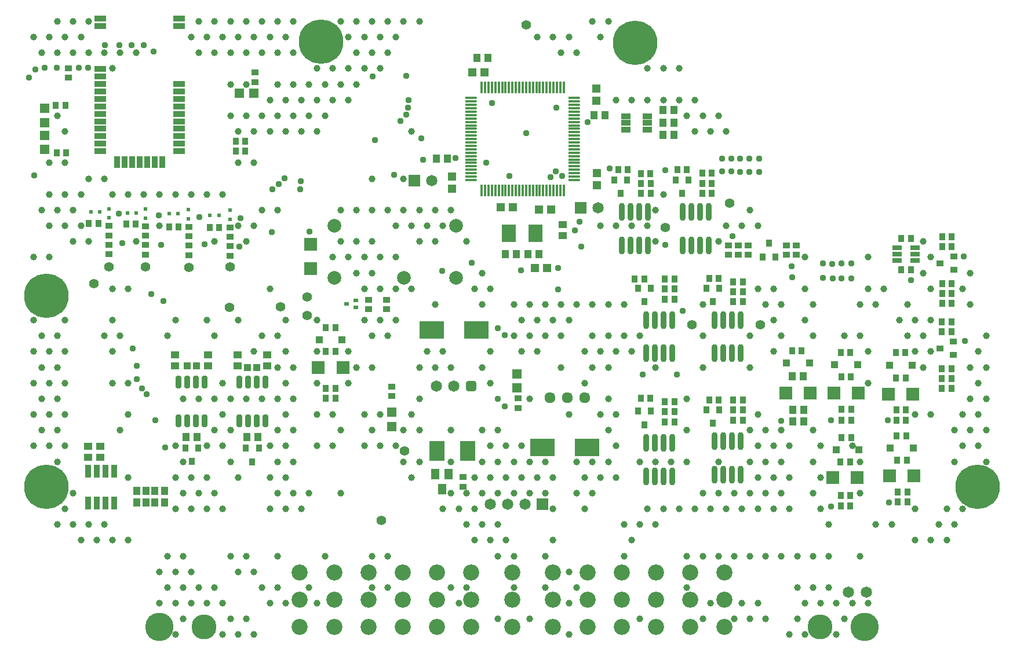
<source format=gbr>
G04*
G04 #@! TF.GenerationSoftware,Altium Limited,Altium Designer,22.4.2 (48)*
G04*
G04 Layer_Color=8388736*
%FSLAX25Y25*%
%MOIN*%
G70*
G04*
G04 #@! TF.SameCoordinates,EB04A3AC-252A-4695-9AB0-F794D25C9F92*
G04*
G04*
G04 #@! TF.FilePolarity,Negative*
G04*
G01*
G75*
%ADD52R,0.05324X0.05324*%
%ADD53R,0.04143X0.03750*%
%ADD54R,0.14379X0.10443*%
%ADD55R,0.02490X0.02175*%
%ADD56R,0.04931X0.04931*%
%ADD57R,0.02175X0.02490*%
%ADD58R,0.03750X0.04143*%
%ADD59O,0.01584X0.06702*%
%ADD60R,0.05324X0.05324*%
%ADD61R,0.06500X0.03400*%
%ADD62R,0.03400X0.06500*%
%ADD63R,0.09104X0.11624*%
%ADD64R,0.04537X0.06112*%
%ADD65R,0.03750X0.04143*%
%ADD66O,0.03356X0.10443*%
%ADD67R,0.02600X0.02002*%
%ADD68O,0.06702X0.01584*%
%ADD69R,0.04143X0.04537*%
%ADD70R,0.07293X0.07214*%
%ADD71R,0.03947X0.03947*%
%ADD72R,0.07214X0.07293*%
%ADD73R,0.03947X0.04340*%
%ADD74R,0.04931X0.04931*%
%ADD75R,0.04537X0.04143*%
%ADD76R,0.03435X0.07608*%
%ADD77R,0.05324X0.03356*%
%ADD78R,0.08474X0.10049*%
G04:AMPARAMS|DCode=79|XSize=31.59mil|YSize=70.96mil|CornerRadius=4.92mil|HoleSize=0mil|Usage=FLASHONLY|Rotation=0.000|XOffset=0mil|YOffset=0mil|HoleType=Round|Shape=RoundedRectangle|*
%AMROUNDEDRECTD79*
21,1,0.03159,0.06112,0,0,0.0*
21,1,0.02175,0.07096,0,0,0.0*
1,1,0.00984,0.01088,-0.03056*
1,1,0.00984,-0.01088,-0.03056*
1,1,0.00984,-0.01088,0.03056*
1,1,0.00984,0.01088,0.03056*
%
%ADD79ROUNDEDRECTD79*%
%ADD80R,0.05403X0.03041*%
%ADD81R,0.04143X0.03750*%
%ADD82R,0.06506X0.06506*%
%ADD83C,0.06506*%
G04:AMPARAMS|DCode=84|XSize=61.12mil|YSize=61.12mil|CornerRadius=16.78mil|HoleSize=0mil|Usage=FLASHONLY|Rotation=180.000|XOffset=0mil|YOffset=0mil|HoleType=Round|Shape=RoundedRectangle|*
%AMROUNDEDRECTD84*
21,1,0.06112,0.02756,0,0,180.0*
21,1,0.02756,0.06112,0,0,180.0*
1,1,0.03356,-0.01378,0.01378*
1,1,0.03356,0.01378,0.01378*
1,1,0.03356,0.01378,-0.01378*
1,1,0.03356,-0.01378,-0.01378*
%
%ADD84ROUNDEDRECTD84*%
%ADD85C,0.07900*%
%ADD86C,0.09261*%
%ADD87C,0.03700*%
%ADD88C,0.03900*%
%ADD89C,0.05600*%
%ADD90C,0.25600*%
%ADD91C,0.16348*%
%ADD92C,0.14379*%
G36*
X632000Y386873D02*
X632809Y386980D01*
X633563Y387292D01*
X634211Y387789D01*
X634708Y388437D01*
X635020Y389191D01*
X635127Y390000D01*
X635020Y390809D01*
X634708Y391563D01*
X634211Y392211D01*
X633563Y392708D01*
X632809Y393020D01*
X632000Y393127D01*
D01*
X631191Y393020D01*
X630437Y392708D01*
X629789Y392211D01*
X629292Y391563D01*
X628980Y390809D01*
X628873Y390000D01*
X628980Y389191D01*
X629292Y388437D01*
X629789Y387789D01*
X630437Y387292D01*
X631191Y386980D01*
X632000Y386873D01*
D01*
D02*
G37*
G36*
X642000D02*
X642809Y386980D01*
X643563Y387292D01*
X644211Y387789D01*
X644708Y388437D01*
X645020Y389191D01*
X645127Y390000D01*
X645020Y390809D01*
X644708Y391563D01*
X644211Y392211D01*
X643563Y392708D01*
X642809Y393020D01*
X642000Y393127D01*
D01*
X641191Y393020D01*
X640437Y392708D01*
X639789Y392211D01*
X639292Y391563D01*
X638980Y390809D01*
X638873Y390000D01*
X638980Y389191D01*
X639292Y388437D01*
X639789Y387789D01*
X640437Y387292D01*
X641191Y386980D01*
X642000Y386873D01*
D01*
D02*
G37*
G36*
X652000D02*
X652809Y386980D01*
X653563Y387292D01*
X654211Y387789D01*
X654708Y388437D01*
X655020Y389191D01*
X655127Y390000D01*
X655020Y390809D01*
X654708Y391563D01*
X654211Y392211D01*
X653563Y392708D01*
X652809Y393020D01*
X652000Y393127D01*
D01*
X651191Y393020D01*
X650437Y392708D01*
X649789Y392211D01*
X649292Y391563D01*
X648980Y390809D01*
X648873Y390000D01*
X648980Y389191D01*
X649292Y388437D01*
X649789Y387789D01*
X650437Y387292D01*
X651191Y386980D01*
X652000Y386873D01*
D01*
D02*
G37*
D52*
X612992Y403855D02*
D03*
Y395588D02*
D03*
X341500Y541134D02*
D03*
Y532866D02*
D03*
Y548366D02*
D03*
Y556634D02*
D03*
X541142Y381755D02*
D03*
Y373487D02*
D03*
D53*
X613796Y389567D02*
D03*
Y384055D02*
D03*
X399500Y478000D02*
D03*
Y472488D02*
D03*
Y483332D02*
D03*
Y488843D02*
D03*
X378500Y478157D02*
D03*
Y472645D02*
D03*
X378500Y483488D02*
D03*
Y489000D02*
D03*
X424500Y477553D02*
D03*
Y472041D02*
D03*
X424500Y482885D02*
D03*
Y488397D02*
D03*
X448000Y482588D02*
D03*
Y488099D02*
D03*
X448000Y477256D02*
D03*
Y471744D02*
D03*
X355000Y579756D02*
D03*
Y574244D02*
D03*
X462500Y577256D02*
D03*
Y571744D02*
D03*
X582103Y338779D02*
D03*
Y344291D02*
D03*
X734721Y472244D02*
D03*
Y477756D02*
D03*
X768006Y472244D02*
D03*
Y477756D02*
D03*
X746172Y472244D02*
D03*
Y477756D02*
D03*
X740447Y477756D02*
D03*
Y472244D02*
D03*
X773731Y472244D02*
D03*
Y477756D02*
D03*
X541142Y396457D02*
D03*
Y390945D02*
D03*
X538189Y446457D02*
D03*
Y440945D02*
D03*
X527559Y446457D02*
D03*
Y440945D02*
D03*
D54*
X653346Y361221D02*
D03*
X627756D02*
D03*
X589567Y429134D02*
D03*
X563976D02*
D03*
D55*
X418098Y496000D02*
D03*
X412902D02*
D03*
X388902Y496500D02*
D03*
X394098D02*
D03*
X367902Y497000D02*
D03*
X373098D02*
D03*
X436402Y495000D02*
D03*
X441598D02*
D03*
D56*
X659055Y519291D02*
D03*
Y512205D02*
D03*
X575787Y517520D02*
D03*
Y510433D02*
D03*
X658661Y561040D02*
D03*
Y568127D02*
D03*
D57*
X399500Y493447D02*
D03*
Y498644D02*
D03*
X378500Y493646D02*
D03*
Y498842D02*
D03*
X424000Y493000D02*
D03*
Y498197D02*
D03*
X448000Y492703D02*
D03*
Y497900D02*
D03*
D58*
X388244Y490000D02*
D03*
X393756D02*
D03*
X366744Y490500D02*
D03*
X372256D02*
D03*
X412988Y488500D02*
D03*
X418500D02*
D03*
X436244Y488000D02*
D03*
X441756D02*
D03*
X456756Y537725D02*
D03*
X451244D02*
D03*
X353756Y531000D02*
D03*
X348244D02*
D03*
X353256Y558500D02*
D03*
X347744D02*
D03*
X684244Y519000D02*
D03*
X689756D02*
D03*
X689883Y513275D02*
D03*
X684371D02*
D03*
X689883Y507549D02*
D03*
X684371D02*
D03*
X710756Y521500D02*
D03*
X705244D02*
D03*
X719631Y519500D02*
D03*
X725143D02*
D03*
Y513500D02*
D03*
X719631D02*
D03*
X725143Y507595D02*
D03*
X719631D02*
D03*
X676756Y521500D02*
D03*
X671244D02*
D03*
X680709Y458268D02*
D03*
X686221D02*
D03*
X503150Y389617D02*
D03*
X508661D02*
D03*
Y416584D02*
D03*
X503150D02*
D03*
X508661Y395523D02*
D03*
X503150D02*
D03*
X508661Y430397D02*
D03*
X503150D02*
D03*
X836417Y415945D02*
D03*
X830906D02*
D03*
X836614Y401378D02*
D03*
X831102D02*
D03*
X836811Y382874D02*
D03*
X831299D02*
D03*
X836811Y376969D02*
D03*
X831299D02*
D03*
X837008Y368110D02*
D03*
X831496D02*
D03*
X831693Y354134D02*
D03*
X837205D02*
D03*
X804724Y416142D02*
D03*
X799213D02*
D03*
X805118Y401968D02*
D03*
X799606D02*
D03*
X805315Y383268D02*
D03*
X799803D02*
D03*
X805315Y376969D02*
D03*
X799803D02*
D03*
X805315Y367126D02*
D03*
X799803D02*
D03*
X804527Y353150D02*
D03*
X799016D02*
D03*
X776772Y417011D02*
D03*
X771260D02*
D03*
X837598Y335827D02*
D03*
X832087D02*
D03*
X837598Y329921D02*
D03*
X832087D02*
D03*
X804724Y333661D02*
D03*
X799213D02*
D03*
X804724Y327559D02*
D03*
X799213D02*
D03*
X703543Y458481D02*
D03*
X698032D02*
D03*
X698032Y452756D02*
D03*
X703543D02*
D03*
X698032Y446850D02*
D03*
X703543D02*
D03*
Y387615D02*
D03*
X698032D02*
D03*
X698032Y381890D02*
D03*
X703543D02*
D03*
X698032Y375984D02*
D03*
X703543D02*
D03*
X742913Y388599D02*
D03*
X737402D02*
D03*
X737402Y382874D02*
D03*
X742913D02*
D03*
X737402Y376969D02*
D03*
X742913D02*
D03*
Y456743D02*
D03*
X737402D02*
D03*
X737402Y451018D02*
D03*
X742913D02*
D03*
X737402Y445292D02*
D03*
X742913D02*
D03*
X839567Y481710D02*
D03*
X834055D02*
D03*
X839567Y463566D02*
D03*
X834055D02*
D03*
X857480Y395225D02*
D03*
X862992D02*
D03*
X862992Y400951D02*
D03*
X857480D02*
D03*
X857480Y406676D02*
D03*
X862992D02*
D03*
X857480Y428107D02*
D03*
X862992D02*
D03*
X857480Y433833D02*
D03*
X862992D02*
D03*
X857677Y444241D02*
D03*
X863189D02*
D03*
X863189Y449966D02*
D03*
X857677D02*
D03*
X857677Y455692D02*
D03*
X863189D02*
D03*
X857677Y477123D02*
D03*
X863189D02*
D03*
X857677Y482848D02*
D03*
X863189D02*
D03*
X456756Y532000D02*
D03*
X451244D02*
D03*
X729134Y458695D02*
D03*
X723622D02*
D03*
X729134Y388813D02*
D03*
X723622D02*
D03*
X689764Y389764D02*
D03*
X684252D02*
D03*
D59*
X626181Y568602D02*
D03*
X624213D02*
D03*
X620276D02*
D03*
X618307D02*
D03*
X592717Y509350D02*
D03*
X594685D02*
D03*
X596654D02*
D03*
X598622D02*
D03*
X600591D02*
D03*
X602559D02*
D03*
X604528D02*
D03*
X606496D02*
D03*
X608465D02*
D03*
X610433D02*
D03*
X612402D02*
D03*
X614370D02*
D03*
X616339D02*
D03*
X618307D02*
D03*
X620276D02*
D03*
X622244D02*
D03*
X624213D02*
D03*
X626181D02*
D03*
X628150D02*
D03*
X630118D02*
D03*
X632087D02*
D03*
X634055D02*
D03*
X636024D02*
D03*
X637992D02*
D03*
X639961D02*
D03*
Y568602D02*
D03*
X637992D02*
D03*
X636024D02*
D03*
X634055D02*
D03*
X632087D02*
D03*
X630118D02*
D03*
X628150D02*
D03*
X622244D02*
D03*
X616339D02*
D03*
X614370D02*
D03*
X612402D02*
D03*
X610433D02*
D03*
X608465D02*
D03*
X606496D02*
D03*
X604528D02*
D03*
X602559D02*
D03*
X600591D02*
D03*
X598622D02*
D03*
X596654D02*
D03*
X594685D02*
D03*
X592717D02*
D03*
D60*
X453366Y565500D02*
D03*
X461634D02*
D03*
D61*
X418780Y531870D02*
D03*
Y536200D02*
D03*
X373500D02*
D03*
Y531870D02*
D03*
X418780Y544860D02*
D03*
Y540530D02*
D03*
X373500D02*
D03*
Y544860D02*
D03*
X418780Y553520D02*
D03*
Y549190D02*
D03*
X373500D02*
D03*
Y553520D02*
D03*
X418780Y562180D02*
D03*
Y557850D02*
D03*
X373500D02*
D03*
Y562180D02*
D03*
Y566510D02*
D03*
X418780D02*
D03*
X373500Y570840D02*
D03*
X418780D02*
D03*
X373500Y579500D02*
D03*
Y575170D02*
D03*
X418780Y608240D02*
D03*
Y603910D02*
D03*
X373500D02*
D03*
Y608240D02*
D03*
D62*
X409130Y525755D02*
D03*
X404800D02*
D03*
X400470D02*
D03*
X396140D02*
D03*
X391810D02*
D03*
X387480D02*
D03*
X383150D02*
D03*
D63*
X584547Y359252D02*
D03*
X567028D02*
D03*
D64*
X573622Y345866D02*
D03*
X569882Y337205D02*
D03*
X566142Y345866D02*
D03*
D65*
X754260Y471063D02*
D03*
X761740D02*
D03*
X758000Y478937D02*
D03*
X676353Y515500D02*
D03*
X668873D02*
D03*
X672613Y507626D02*
D03*
X711740Y515437D02*
D03*
X704260D02*
D03*
X708000Y507563D02*
D03*
X422227Y361170D02*
D03*
X429708D02*
D03*
X457103Y361007D02*
D03*
X464584D02*
D03*
X425968Y353296D02*
D03*
X460844Y353133D02*
D03*
X686401Y445194D02*
D03*
X682660Y453068D02*
D03*
X690141D02*
D03*
X686401Y374328D02*
D03*
X682660Y382202D02*
D03*
X690141D02*
D03*
X725771Y375312D02*
D03*
X722030Y383186D02*
D03*
X729511D02*
D03*
X725771Y445194D02*
D03*
X722030Y453068D02*
D03*
X729511D02*
D03*
D66*
X673500Y477808D02*
D03*
X678500D02*
D03*
X683500D02*
D03*
X688500D02*
D03*
X673500Y497099D02*
D03*
X678500D02*
D03*
X683500D02*
D03*
X688500D02*
D03*
X708500Y477854D02*
D03*
X713500D02*
D03*
X718500D02*
D03*
X723500D02*
D03*
X708500Y497146D02*
D03*
X713500D02*
D03*
X718500D02*
D03*
X723500D02*
D03*
X702382Y434842D02*
D03*
X697382D02*
D03*
X692382D02*
D03*
X687382D02*
D03*
X702382Y415551D02*
D03*
X697382D02*
D03*
X692382D02*
D03*
X687382D02*
D03*
X702382Y363976D02*
D03*
X697382D02*
D03*
X692382D02*
D03*
X687382D02*
D03*
X702382Y344685D02*
D03*
X697382D02*
D03*
X692382D02*
D03*
X687382D02*
D03*
X741752Y364961D02*
D03*
X736752D02*
D03*
X731752D02*
D03*
X726752D02*
D03*
X741752Y345669D02*
D03*
X736752D02*
D03*
X731752D02*
D03*
X726752D02*
D03*
X741752Y434842D02*
D03*
X736752D02*
D03*
X731752D02*
D03*
X726752D02*
D03*
X741752Y415551D02*
D03*
X736752D02*
D03*
X731752D02*
D03*
X726752D02*
D03*
D67*
X520266Y442126D02*
D03*
Y446063D02*
D03*
X515167Y444095D02*
D03*
D68*
X645965Y515354D02*
D03*
Y517323D02*
D03*
Y519291D02*
D03*
Y521260D02*
D03*
Y523228D02*
D03*
Y525197D02*
D03*
Y527165D02*
D03*
Y529134D02*
D03*
Y531102D02*
D03*
Y533071D02*
D03*
Y535039D02*
D03*
Y537008D02*
D03*
Y538976D02*
D03*
Y540945D02*
D03*
Y542913D02*
D03*
Y544882D02*
D03*
Y546850D02*
D03*
Y548819D02*
D03*
Y550787D02*
D03*
Y552756D02*
D03*
Y554724D02*
D03*
Y556693D02*
D03*
Y558661D02*
D03*
Y560630D02*
D03*
Y562598D02*
D03*
X586713D02*
D03*
Y560630D02*
D03*
Y558661D02*
D03*
Y556693D02*
D03*
Y554724D02*
D03*
Y552756D02*
D03*
Y550787D02*
D03*
Y548819D02*
D03*
Y546850D02*
D03*
Y544882D02*
D03*
Y542913D02*
D03*
Y540945D02*
D03*
Y538976D02*
D03*
Y537008D02*
D03*
Y535039D02*
D03*
Y533071D02*
D03*
Y531102D02*
D03*
Y529134D02*
D03*
Y527165D02*
D03*
Y525197D02*
D03*
Y523228D02*
D03*
Y521260D02*
D03*
Y519291D02*
D03*
Y517323D02*
D03*
Y515354D02*
D03*
D69*
X566732Y527559D02*
D03*
X573032D02*
D03*
X410236Y336417D02*
D03*
Y329724D02*
D03*
X590158Y585663D02*
D03*
X596457D02*
D03*
X663583Y552756D02*
D03*
X657283D02*
D03*
X777756Y402509D02*
D03*
X771457D02*
D03*
X771654Y382874D02*
D03*
X777953D02*
D03*
X771654Y376378D02*
D03*
X777953D02*
D03*
X625591Y472835D02*
D03*
X619291D02*
D03*
X606283D02*
D03*
X612582D02*
D03*
X429117Y367486D02*
D03*
X422818D02*
D03*
X703346Y555545D02*
D03*
X697047D02*
D03*
Y548442D02*
D03*
X703346D02*
D03*
Y541339D02*
D03*
X697047D02*
D03*
X457694Y367323D02*
D03*
X463993D02*
D03*
X399606Y329724D02*
D03*
Y336417D02*
D03*
X404751Y329724D02*
D03*
Y336417D02*
D03*
X394462Y329724D02*
D03*
Y336417D02*
D03*
D70*
X512953Y407480D02*
D03*
X498858D02*
D03*
X840709Y392126D02*
D03*
X826614D02*
D03*
X841496Y344882D02*
D03*
X827402D02*
D03*
X809409Y392717D02*
D03*
X795315D02*
D03*
X808819Y343898D02*
D03*
X794724D02*
D03*
X781653Y392717D02*
D03*
X767559D02*
D03*
D71*
X499311Y423490D02*
D03*
X512500D02*
D03*
X827264Y408661D02*
D03*
X840453D02*
D03*
X827854Y361040D02*
D03*
X841043D02*
D03*
X795768Y408875D02*
D03*
X808957D02*
D03*
X796555Y360056D02*
D03*
X809744D02*
D03*
X768012Y410104D02*
D03*
X781201D02*
D03*
D72*
X494488Y464213D02*
D03*
Y478307D02*
D03*
D73*
X463501Y407514D02*
D03*
X458186D02*
D03*
X423310Y408465D02*
D03*
X428625D02*
D03*
D74*
X594291Y577379D02*
D03*
X587205D02*
D03*
X625591Y498228D02*
D03*
X632677D02*
D03*
X610827Y499803D02*
D03*
X603740D02*
D03*
X630315Y464550D02*
D03*
X623228D02*
D03*
D75*
X366339Y361946D02*
D03*
Y355647D02*
D03*
X639370Y483465D02*
D03*
Y489764D02*
D03*
X373443Y361946D02*
D03*
Y355647D02*
D03*
X435433Y414567D02*
D03*
Y408268D02*
D03*
X416502Y414567D02*
D03*
Y408268D02*
D03*
X452362D02*
D03*
Y414567D02*
D03*
X469325Y408268D02*
D03*
Y414567D02*
D03*
D76*
X381516Y347795D02*
D03*
X376516D02*
D03*
X371516D02*
D03*
X366516D02*
D03*
X381516Y329370D02*
D03*
X376516D02*
D03*
X371516D02*
D03*
X366516D02*
D03*
D77*
X675591Y548228D02*
D03*
Y544291D02*
D03*
Y552165D02*
D03*
X688189D02*
D03*
Y544291D02*
D03*
Y548228D02*
D03*
D78*
X623622Y484646D02*
D03*
X608268D02*
D03*
D79*
X418468Y376853D02*
D03*
X423467D02*
D03*
X428468D02*
D03*
X433467D02*
D03*
X418468Y399097D02*
D03*
X423467D02*
D03*
X428468D02*
D03*
X433467D02*
D03*
X468343Y398934D02*
D03*
X463343D02*
D03*
X458344D02*
D03*
X453343D02*
D03*
X468343Y376690D02*
D03*
X463343D02*
D03*
X458344D02*
D03*
X453343D02*
D03*
D80*
X842126Y476378D02*
D03*
Y472638D02*
D03*
Y468898D02*
D03*
X831811D02*
D03*
Y472638D02*
D03*
Y476378D02*
D03*
D81*
X856299Y418504D02*
D03*
X864173Y422244D02*
D03*
Y414764D02*
D03*
X856496Y467520D02*
D03*
X864370Y471260D02*
D03*
Y463779D02*
D03*
D82*
X627716Y328740D02*
D03*
X553976Y514961D02*
D03*
X649803Y499409D02*
D03*
D83*
X617717Y328740D02*
D03*
X607717D02*
D03*
X597717D02*
D03*
X576772Y396732D02*
D03*
X566772D02*
D03*
X563976Y514961D02*
D03*
X659803Y499409D02*
D03*
X803543Y277953D02*
D03*
X814173D02*
D03*
D84*
X586772Y396732D02*
D03*
D85*
X508032Y459055D02*
D03*
X548032D02*
D03*
X578031D02*
D03*
Y489055D02*
D03*
X508032D02*
D03*
D86*
X488189Y257874D02*
D03*
Y273622D02*
D03*
Y289370D02*
D03*
X507874Y257874D02*
D03*
X527559D02*
D03*
Y273622D02*
D03*
Y289370D02*
D03*
X547244Y257874D02*
D03*
Y273622D02*
D03*
Y289370D02*
D03*
X566929Y257874D02*
D03*
Y273622D02*
D03*
Y289370D02*
D03*
X586614Y257874D02*
D03*
Y273622D02*
D03*
Y289370D02*
D03*
X610236Y257874D02*
D03*
Y273622D02*
D03*
Y289370D02*
D03*
X633858Y257874D02*
D03*
Y273622D02*
D03*
Y289370D02*
D03*
X653543Y257874D02*
D03*
Y273622D02*
D03*
Y289370D02*
D03*
X673228Y257874D02*
D03*
Y273622D02*
D03*
Y289370D02*
D03*
X692913Y257874D02*
D03*
Y273622D02*
D03*
Y289370D02*
D03*
X712598Y257874D02*
D03*
Y273622D02*
D03*
Y289370D02*
D03*
X732283Y257874D02*
D03*
Y273622D02*
D03*
Y289370D02*
D03*
X507874D02*
D03*
Y273622D02*
D03*
D87*
X476000Y513000D02*
D03*
X488734Y514766D02*
D03*
X606000Y426000D02*
D03*
X602000Y430000D02*
D03*
X376000Y593000D02*
D03*
X384500D02*
D03*
X391500D02*
D03*
X398500D02*
D03*
X404000Y589500D02*
D03*
X385876Y478863D02*
D03*
X408500Y478000D02*
D03*
X433500Y478500D02*
D03*
X453500Y477000D02*
D03*
X550750Y561206D02*
D03*
X550500Y557000D02*
D03*
X479500Y516500D02*
D03*
X488500Y510000D02*
D03*
X549500Y553000D02*
D03*
X546000Y549500D02*
D03*
X454000Y493500D02*
D03*
X430500Y494000D02*
D03*
X384000Y495950D02*
D03*
X407000Y495000D02*
D03*
X549500Y575500D02*
D03*
X531500Y538500D02*
D03*
X558000Y539500D02*
D03*
X335500Y518000D02*
D03*
X530000Y575000D02*
D03*
X472253Y509861D02*
D03*
X685433Y403250D02*
D03*
X705118D02*
D03*
X336000Y579000D02*
D03*
X332500Y574500D02*
D03*
X341500Y580000D02*
D03*
X348500D02*
D03*
X472185Y485296D02*
D03*
X542500Y518500D02*
D03*
X366500Y580000D02*
D03*
X361000D02*
D03*
X606000Y385000D02*
D03*
X615500Y463500D02*
D03*
X602000Y389500D02*
D03*
X650000Y477000D02*
D03*
X698500Y478000D02*
D03*
X708268Y440158D02*
D03*
X698500Y521000D02*
D03*
X646500Y486500D02*
D03*
X649000Y491500D02*
D03*
X666500Y522000D02*
D03*
X741339Y527750D02*
D03*
X746850D02*
D03*
X752362D02*
D03*
X736221D02*
D03*
X731000D02*
D03*
X752362Y520079D02*
D03*
X741339D02*
D03*
X731000Y520478D02*
D03*
X736221Y520472D02*
D03*
X746850Y520079D02*
D03*
X737000Y483000D02*
D03*
X570079Y462992D02*
D03*
X587008Y467717D02*
D03*
X764961Y376772D02*
D03*
X653543Y548819D02*
D03*
X397244Y395276D02*
D03*
X394488Y400787D02*
D03*
X409842Y445669D02*
D03*
X392126Y418504D02*
D03*
X394488Y408268D02*
D03*
X400000Y392126D02*
D03*
X405118Y377165D02*
D03*
X410630Y361417D02*
D03*
X402559Y449803D02*
D03*
X826378Y377165D02*
D03*
X870669Y422638D02*
D03*
X559055Y527165D02*
D03*
X638976Y517717D02*
D03*
X635827Y557087D02*
D03*
X598819Y559842D02*
D03*
X595276Y525197D02*
D03*
X608661Y517717D02*
D03*
X632283Y516929D02*
D03*
X635433Y520472D02*
D03*
X618504Y542520D02*
D03*
X493696Y485822D02*
D03*
X577756Y527953D02*
D03*
X805315Y467323D02*
D03*
Y458661D02*
D03*
X799803Y467323D02*
D03*
Y458661D02*
D03*
X794488Y467126D02*
D03*
X794685Y458858D02*
D03*
X789173Y467323D02*
D03*
Y459055D02*
D03*
X636811Y452362D02*
D03*
Y464764D02*
D03*
X771063Y465748D02*
D03*
X771260Y459252D02*
D03*
X839764Y457677D02*
D03*
X826968Y329724D02*
D03*
X793701Y327362D02*
D03*
Y376969D02*
D03*
X870079Y471457D02*
D03*
D88*
X882874Y425591D02*
D03*
X878347Y416536D02*
D03*
X882874Y407480D02*
D03*
X878347Y398425D02*
D03*
X882874Y389370D02*
D03*
X878347Y380315D02*
D03*
X882874Y371260D02*
D03*
X878347Y362205D02*
D03*
X882874Y353150D02*
D03*
X873819Y461811D02*
D03*
X869291Y452756D02*
D03*
X873819Y443701D02*
D03*
Y407480D02*
D03*
Y389370D02*
D03*
X869291Y380315D02*
D03*
X873819Y371260D02*
D03*
X869291Y362205D02*
D03*
Y325984D02*
D03*
X864764Y371260D02*
D03*
Y353150D02*
D03*
X860236Y325984D02*
D03*
X864764Y316929D02*
D03*
X860236Y307874D02*
D03*
X851181Y470866D02*
D03*
Y452756D02*
D03*
Y434646D02*
D03*
Y416536D02*
D03*
Y380315D02*
D03*
X855709Y316929D02*
D03*
X851181Y307874D02*
D03*
X846654Y479921D02*
D03*
Y461811D02*
D03*
X842126Y434646D02*
D03*
X846654Y425591D02*
D03*
X842126Y416536D02*
D03*
X846654Y407480D02*
D03*
X842126Y380315D02*
D03*
Y325984D02*
D03*
Y307874D02*
D03*
X837599Y443701D02*
D03*
X833071Y434646D02*
D03*
X837599Y425591D02*
D03*
X824016Y452756D02*
D03*
X828543Y316929D02*
D03*
X814961Y470866D02*
D03*
Y452756D02*
D03*
X819488Y443701D02*
D03*
X814961Y416536D02*
D03*
Y398425D02*
D03*
X819488Y316929D02*
D03*
X814961Y271654D02*
D03*
X810433Y443701D02*
D03*
Y425591D02*
D03*
X805906Y362205D02*
D03*
X810433Y353150D02*
D03*
Y335039D02*
D03*
Y298819D02*
D03*
X805906Y271654D02*
D03*
X801378Y425591D02*
D03*
X796851Y271654D02*
D03*
X801378Y262598D02*
D03*
X796851Y253543D02*
D03*
X787795Y362205D02*
D03*
Y344095D02*
D03*
Y325984D02*
D03*
X792323Y316929D02*
D03*
Y298819D02*
D03*
Y280709D02*
D03*
X787795Y271654D02*
D03*
X778740Y470866D02*
D03*
Y452756D02*
D03*
X783268Y443701D02*
D03*
X778740Y434646D02*
D03*
X783268Y425591D02*
D03*
Y371260D02*
D03*
Y353150D02*
D03*
Y335039D02*
D03*
Y298819D02*
D03*
Y280709D02*
D03*
X778740Y271654D02*
D03*
Y253543D02*
D03*
X769685Y362205D02*
D03*
Y344095D02*
D03*
Y325984D02*
D03*
X774213Y298819D02*
D03*
Y280709D02*
D03*
Y262598D02*
D03*
X769685Y253543D02*
D03*
X760630Y452756D02*
D03*
X765158Y443701D02*
D03*
X760630Y434646D02*
D03*
X765158Y425591D02*
D03*
X760630Y416536D02*
D03*
X765158Y371260D02*
D03*
X760630Y362205D02*
D03*
X765158Y353150D02*
D03*
X760630Y344095D02*
D03*
X765158Y335039D02*
D03*
X760630Y325984D02*
D03*
X765158Y298819D02*
D03*
X751575Y488976D02*
D03*
Y452756D02*
D03*
X756103Y443701D02*
D03*
X751575Y380315D02*
D03*
X756103Y371260D02*
D03*
X751575Y362205D02*
D03*
X756103Y353150D02*
D03*
X751575Y344095D02*
D03*
X756103Y335039D02*
D03*
X751575Y325984D02*
D03*
X756103Y298819D02*
D03*
X751575Y271654D02*
D03*
X756103Y262598D02*
D03*
X747047Y498032D02*
D03*
X742520Y488976D02*
D03*
X747047Y425591D02*
D03*
Y407480D02*
D03*
Y371260D02*
D03*
Y353150D02*
D03*
Y335039D02*
D03*
X742520Y325984D02*
D03*
X747047Y298819D02*
D03*
X742520Y271654D02*
D03*
X747047Y262598D02*
D03*
X733465Y543307D02*
D03*
Y488976D02*
D03*
X737992Y335039D02*
D03*
X733465Y325984D02*
D03*
X737992Y298819D02*
D03*
Y262598D02*
D03*
X728937Y552362D02*
D03*
X724410Y543307D02*
D03*
X728937Y479921D02*
D03*
Y353150D02*
D03*
Y335039D02*
D03*
X724410Y325984D02*
D03*
X728937Y298819D02*
D03*
X724410Y271654D02*
D03*
X715354Y561417D02*
D03*
X719882Y552362D02*
D03*
X715354Y543307D02*
D03*
X719882Y443701D02*
D03*
Y425591D02*
D03*
Y407480D02*
D03*
Y335039D02*
D03*
X715354Y325984D02*
D03*
X719882Y298819D02*
D03*
Y262598D02*
D03*
X706299Y579528D02*
D03*
Y561417D02*
D03*
X710827Y552362D02*
D03*
Y389370D02*
D03*
Y371260D02*
D03*
Y353150D02*
D03*
X706299Y325984D02*
D03*
X710827Y298819D02*
D03*
Y280709D02*
D03*
X697244Y579528D02*
D03*
Y561417D02*
D03*
Y507087D02*
D03*
X701772Y353150D02*
D03*
X697244Y325984D02*
D03*
X688189Y579528D02*
D03*
Y561417D02*
D03*
X692717Y498032D02*
D03*
X688189Y488976D02*
D03*
X692717Y479921D02*
D03*
Y407480D02*
D03*
Y353150D02*
D03*
X688189Y325984D02*
D03*
X692717Y316929D02*
D03*
X679134Y561417D02*
D03*
Y488976D02*
D03*
X683662Y425591D02*
D03*
X679134Y416536D02*
D03*
X683662Y353150D02*
D03*
Y316929D02*
D03*
X679134Y307874D02*
D03*
X683662Y262598D02*
D03*
X670079Y561417D02*
D03*
Y488976D02*
D03*
X674606Y443701D02*
D03*
Y425591D02*
D03*
X670079Y416536D02*
D03*
Y380315D02*
D03*
Y362205D02*
D03*
Y344095D02*
D03*
X674606Y316929D02*
D03*
Y298819D02*
D03*
X665551Y606693D02*
D03*
X661024Y597638D02*
D03*
Y488976D02*
D03*
X665551Y443701D02*
D03*
Y425591D02*
D03*
X661024Y416536D02*
D03*
X665551Y407480D02*
D03*
Y389370D02*
D03*
X661024Y380315D02*
D03*
X665551Y371260D02*
D03*
Y353150D02*
D03*
X661024Y344095D02*
D03*
X656496Y606693D02*
D03*
Y443701D02*
D03*
Y425591D02*
D03*
X651969Y416536D02*
D03*
X656496Y407480D02*
D03*
X651969Y398425D02*
D03*
X656496Y353150D02*
D03*
X651969Y344095D02*
D03*
X656496Y335039D02*
D03*
X651969Y325984D02*
D03*
X642913Y597638D02*
D03*
X647441Y588583D02*
D03*
Y443701D02*
D03*
X642913Y434646D02*
D03*
Y380315D02*
D03*
X647441Y353150D02*
D03*
Y335039D02*
D03*
X642913Y289764D02*
D03*
X647441Y280709D02*
D03*
X642913Y271654D02*
D03*
Y253543D02*
D03*
X633858Y597638D02*
D03*
X638386Y588583D02*
D03*
Y443701D02*
D03*
X633858Y434646D02*
D03*
X638386Y425591D02*
D03*
Y407480D02*
D03*
X633858Y344095D02*
D03*
Y325984D02*
D03*
Y307874D02*
D03*
X624803Y597638D02*
D03*
X629331Y443701D02*
D03*
X624803Y434646D02*
D03*
X629331Y425591D02*
D03*
X624803Y416536D02*
D03*
X629331Y353150D02*
D03*
X624803Y344095D02*
D03*
X629331Y335039D02*
D03*
Y298819D02*
D03*
Y280709D02*
D03*
X620276Y443701D02*
D03*
X615748Y434646D02*
D03*
X620276Y425591D02*
D03*
X615748Y416536D02*
D03*
X620276Y389370D02*
D03*
X615748Y362205D02*
D03*
X620276Y353150D02*
D03*
X615748Y344095D02*
D03*
X620276Y335039D02*
D03*
Y262598D02*
D03*
X611221Y443701D02*
D03*
Y425591D02*
D03*
X606693Y362205D02*
D03*
X611221Y353150D02*
D03*
X606693Y344095D02*
D03*
X611221Y335039D02*
D03*
X606693Y307874D02*
D03*
X611221Y298819D02*
D03*
Y280709D02*
D03*
X597638Y452756D02*
D03*
Y416536D02*
D03*
Y398425D02*
D03*
X602166Y371260D02*
D03*
X597638Y362205D02*
D03*
X602166Y353150D02*
D03*
X597638Y344095D02*
D03*
X602166Y335039D02*
D03*
Y316929D02*
D03*
X597638Y307874D02*
D03*
X602166Y298819D02*
D03*
Y262598D02*
D03*
X593110Y461811D02*
D03*
X588583Y452756D02*
D03*
X593110Y443701D02*
D03*
Y407480D02*
D03*
Y371260D02*
D03*
Y353150D02*
D03*
X588583Y344095D02*
D03*
X593110Y335039D02*
D03*
X588583Y325984D02*
D03*
X593110Y316929D02*
D03*
X588583Y307874D02*
D03*
X584055Y479921D02*
D03*
Y335039D02*
D03*
X579528Y325984D02*
D03*
X584055Y316929D02*
D03*
Y280709D02*
D03*
X579528Y271654D02*
D03*
X575000Y498032D02*
D03*
X570473Y488976D02*
D03*
Y416536D02*
D03*
X575000Y407480D02*
D03*
Y371260D02*
D03*
Y353150D02*
D03*
Y335039D02*
D03*
X570473Y325984D02*
D03*
X575000Y280709D02*
D03*
X565945Y498032D02*
D03*
X561417Y488976D02*
D03*
X565945Y479921D02*
D03*
Y443701D02*
D03*
X561417Y416536D02*
D03*
X565945Y407480D02*
D03*
X556890Y606693D02*
D03*
X552362Y543307D02*
D03*
X556890Y498032D02*
D03*
X552362Y488976D02*
D03*
X556890Y479921D02*
D03*
X552362Y452756D02*
D03*
X556890Y407480D02*
D03*
Y389370D02*
D03*
X552362Y380315D02*
D03*
X556890Y371260D02*
D03*
Y353150D02*
D03*
X552362Y344095D02*
D03*
X547835Y606693D02*
D03*
X543307Y597638D02*
D03*
X547835Y516142D02*
D03*
Y498032D02*
D03*
X543307Y488976D02*
D03*
Y470866D02*
D03*
Y452756D02*
D03*
Y434646D02*
D03*
X547835Y371260D02*
D03*
X543307Y362205D02*
D03*
X547835Y353150D02*
D03*
X538780Y606693D02*
D03*
X534252Y597638D02*
D03*
X538780Y588583D02*
D03*
X534252Y579528D02*
D03*
X538780Y498032D02*
D03*
X534252Y470866D02*
D03*
Y452756D02*
D03*
Y434646D02*
D03*
X538780Y425591D02*
D03*
X534252Y380315D02*
D03*
Y362205D02*
D03*
X538780Y298819D02*
D03*
Y280709D02*
D03*
X529725Y606693D02*
D03*
X525197Y597638D02*
D03*
X529725Y588583D02*
D03*
X525197Y579528D02*
D03*
X529725Y516142D02*
D03*
Y498032D02*
D03*
Y479921D02*
D03*
X525197Y470866D02*
D03*
X529725Y461811D02*
D03*
X525197Y452756D02*
D03*
Y434646D02*
D03*
X529725Y425591D02*
D03*
Y407480D02*
D03*
X525197Y380315D02*
D03*
X529725Y371260D02*
D03*
X525197Y362205D02*
D03*
X529725Y298819D02*
D03*
Y280709D02*
D03*
X520669Y606693D02*
D03*
X516142Y597638D02*
D03*
X520669Y588583D02*
D03*
X516142Y579528D02*
D03*
X520669Y570473D02*
D03*
X516142Y561417D02*
D03*
X520669Y498032D02*
D03*
Y479921D02*
D03*
X516142Y470866D02*
D03*
X520669Y461811D02*
D03*
X516142Y416536D02*
D03*
X520669Y407480D02*
D03*
X516142Y398425D02*
D03*
X511614Y606693D02*
D03*
X507087Y579528D02*
D03*
X511614Y570473D02*
D03*
X507087Y561417D02*
D03*
X511614Y498032D02*
D03*
Y479921D02*
D03*
X507087Y470866D02*
D03*
Y380315D02*
D03*
X511614Y371260D02*
D03*
X507087Y362205D02*
D03*
X511614Y335039D02*
D03*
X498032Y579528D02*
D03*
X502559Y570473D02*
D03*
X498032Y561417D02*
D03*
X502559Y552362D02*
D03*
X498032Y543307D02*
D03*
Y434646D02*
D03*
Y416536D02*
D03*
Y398425D02*
D03*
Y380315D02*
D03*
Y362205D02*
D03*
X502559Y298819D02*
D03*
X498032Y271654D02*
D03*
X493504Y570473D02*
D03*
X488976Y561417D02*
D03*
X493504Y552362D02*
D03*
X488976Y543307D02*
D03*
X493504Y335039D02*
D03*
X488976Y325984D02*
D03*
X493504Y280709D02*
D03*
X484449Y606693D02*
D03*
X479921Y597638D02*
D03*
X484449Y588583D02*
D03*
Y570473D02*
D03*
X479921Y561417D02*
D03*
X484449Y552362D02*
D03*
X479921Y543307D02*
D03*
Y434646D02*
D03*
Y416536D02*
D03*
X484449Y407480D02*
D03*
X479921Y398425D02*
D03*
X484449Y389370D02*
D03*
X479921Y380315D02*
D03*
X484449Y371260D02*
D03*
X479921Y362205D02*
D03*
X484449Y353150D02*
D03*
X479921Y344095D02*
D03*
X484449Y335039D02*
D03*
X479921Y325984D02*
D03*
Y271654D02*
D03*
X475394Y606693D02*
D03*
X470866Y597638D02*
D03*
X475394Y588583D02*
D03*
Y570473D02*
D03*
X470866Y561417D02*
D03*
X475394Y552362D02*
D03*
X470866Y543307D02*
D03*
X475394Y498032D02*
D03*
X470866Y452756D02*
D03*
X475394Y425591D02*
D03*
Y407480D02*
D03*
Y389370D02*
D03*
Y371260D02*
D03*
X470866Y362205D02*
D03*
X475394Y353150D02*
D03*
X470866Y344095D02*
D03*
X475394Y335039D02*
D03*
X470866Y325984D02*
D03*
X475394Y298819D02*
D03*
Y280709D02*
D03*
X470866Y271654D02*
D03*
X466339Y606693D02*
D03*
X461811Y597638D02*
D03*
X466339Y588583D02*
D03*
Y552362D02*
D03*
X461811Y543307D02*
D03*
Y525197D02*
D03*
X466339Y498032D02*
D03*
X461811Y488976D02*
D03*
X466339Y425591D02*
D03*
X461811Y416536D02*
D03*
X466339Y389370D02*
D03*
X461811Y289764D02*
D03*
X466339Y280709D02*
D03*
X461811Y253543D02*
D03*
X457284Y606693D02*
D03*
X452756Y597638D02*
D03*
X457284Y588583D02*
D03*
Y570473D02*
D03*
Y552362D02*
D03*
X452756Y543307D02*
D03*
Y525197D02*
D03*
Y488976D02*
D03*
X457284Y479921D02*
D03*
X452756Y434646D02*
D03*
X457284Y389370D02*
D03*
X452756Y344095D02*
D03*
X457284Y298819D02*
D03*
X452756Y289764D02*
D03*
X457284Y262598D02*
D03*
X452756Y253543D02*
D03*
X448228Y606693D02*
D03*
X443701Y597638D02*
D03*
X448228Y588583D02*
D03*
Y570473D02*
D03*
Y552362D02*
D03*
X443701Y507087D02*
D03*
Y398425D02*
D03*
X448228Y389370D02*
D03*
X443701Y380315D02*
D03*
X448228Y371260D02*
D03*
X443701Y362205D02*
D03*
X448228Y353150D02*
D03*
X443701Y325984D02*
D03*
X448228Y298819D02*
D03*
X443701Y271654D02*
D03*
X448228Y262598D02*
D03*
X443701Y253543D02*
D03*
X439173Y606693D02*
D03*
X434646Y597638D02*
D03*
X439173Y588583D02*
D03*
X434646Y507087D02*
D03*
X439173Y479921D02*
D03*
X434646Y434646D02*
D03*
X439173Y425591D02*
D03*
Y389370D02*
D03*
Y371260D02*
D03*
X434646Y362205D02*
D03*
Y344095D02*
D03*
X439173Y335039D02*
D03*
X434646Y325984D02*
D03*
X439173Y280709D02*
D03*
X434646Y271654D02*
D03*
X430118Y606693D02*
D03*
X425591Y597638D02*
D03*
X430118Y588583D02*
D03*
X425591Y507087D02*
D03*
X430118Y389370D02*
D03*
X425591Y344095D02*
D03*
X430118Y335039D02*
D03*
X425591Y325984D02*
D03*
Y289764D02*
D03*
X430118Y280709D02*
D03*
X425591Y271654D02*
D03*
X416536Y507087D02*
D03*
Y434646D02*
D03*
X421063Y389370D02*
D03*
X416536Y362205D02*
D03*
X421063Y353150D02*
D03*
X416536Y344095D02*
D03*
X421063Y335039D02*
D03*
X416536Y325984D02*
D03*
X421063Y298819D02*
D03*
X416536Y289764D02*
D03*
X421063Y280709D02*
D03*
X416536Y271654D02*
D03*
X421063Y262598D02*
D03*
X416536Y253543D02*
D03*
X407480Y507087D02*
D03*
Y488976D02*
D03*
X412008Y425591D02*
D03*
Y298819D02*
D03*
X407480Y289764D02*
D03*
X412008Y280709D02*
D03*
X407480Y271654D02*
D03*
X398425Y507087D02*
D03*
X393898Y588583D02*
D03*
X389370Y507087D02*
D03*
X393898Y479921D02*
D03*
X389370Y452756D02*
D03*
Y398425D02*
D03*
Y380315D02*
D03*
Y344095D02*
D03*
Y307874D02*
D03*
X384843Y588583D02*
D03*
X380315Y579528D02*
D03*
Y507087D02*
D03*
Y452756D02*
D03*
Y434646D02*
D03*
X384843Y425591D02*
D03*
X380315Y416536D02*
D03*
Y398425D02*
D03*
X384843Y371260D02*
D03*
X380315Y307874D02*
D03*
X375787Y588583D02*
D03*
Y516142D02*
D03*
Y425591D02*
D03*
Y316929D02*
D03*
X371260Y307874D02*
D03*
X366732Y606693D02*
D03*
X362205Y597638D02*
D03*
X366732Y588583D02*
D03*
Y516142D02*
D03*
X362205Y507087D02*
D03*
Y488976D02*
D03*
X366732Y479921D02*
D03*
Y316929D02*
D03*
X362205Y307874D02*
D03*
X357677Y606693D02*
D03*
X353150Y597638D02*
D03*
X357677Y588583D02*
D03*
X353150Y543307D02*
D03*
Y525197D02*
D03*
Y507087D02*
D03*
X357677Y498032D02*
D03*
X353150Y488976D02*
D03*
X357677Y479921D02*
D03*
X353150Y434646D02*
D03*
Y416536D02*
D03*
Y398425D02*
D03*
Y380315D02*
D03*
Y362205D02*
D03*
X357677Y335039D02*
D03*
X353150Y325984D02*
D03*
X357677Y316929D02*
D03*
X348622Y606693D02*
D03*
X344095Y597638D02*
D03*
X348622Y588583D02*
D03*
Y552362D02*
D03*
X344095Y525197D02*
D03*
Y507087D02*
D03*
X348622Y498032D02*
D03*
X344095Y488976D02*
D03*
Y470866D02*
D03*
X348622Y425591D02*
D03*
X344095Y416536D02*
D03*
X348622Y407480D02*
D03*
X344095Y398425D02*
D03*
X348622Y389370D02*
D03*
X344095Y380315D02*
D03*
X348622Y371260D02*
D03*
X344095Y362205D02*
D03*
X348622Y353150D02*
D03*
Y316929D02*
D03*
X335039Y597638D02*
D03*
X339567Y588583D02*
D03*
Y498032D02*
D03*
X335039Y470866D02*
D03*
Y434646D02*
D03*
X339567Y425591D02*
D03*
X335039Y416536D02*
D03*
X339567Y407480D02*
D03*
X335039Y398425D02*
D03*
X339567Y389370D02*
D03*
X335039Y380315D02*
D03*
X339567Y371260D02*
D03*
X335039Y362205D02*
D03*
D89*
X378500Y465500D02*
D03*
X369845Y455709D02*
D03*
X448000Y465500D02*
D03*
X424500Y465000D02*
D03*
X399500Y465500D02*
D03*
X492500Y448000D02*
D03*
Y437500D02*
D03*
X477165Y442520D02*
D03*
X735500Y502000D02*
D03*
X698500Y488000D02*
D03*
X535039Y319291D02*
D03*
X618504Y604724D02*
D03*
X447825Y441919D02*
D03*
X548228Y359252D02*
D03*
X713583Y432087D02*
D03*
X752953D02*
D03*
D90*
X342520Y448819D02*
D03*
X500500Y595000D02*
D03*
X342520Y338583D02*
D03*
X877953D02*
D03*
X681102Y594488D02*
D03*
D91*
X407480Y257874D02*
D03*
X812992D02*
D03*
D92*
X433071D02*
D03*
X787402D02*
D03*
M02*

</source>
